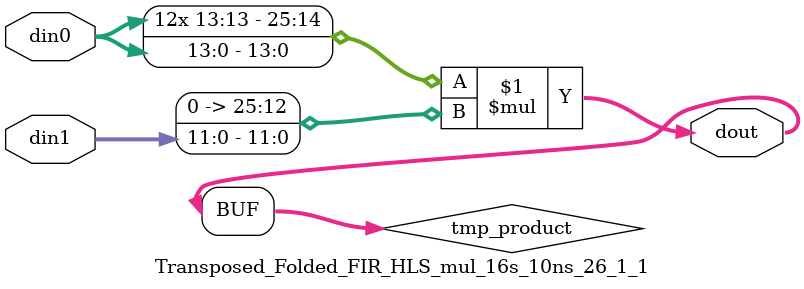
<source format=v>

`timescale 1 ns / 1 ps

 module Transposed_Folded_FIR_HLS_mul_16s_10ns_26_1_1(din0, din1, dout);
parameter ID = 1;
parameter NUM_STAGE = 0;
parameter din0_WIDTH = 14;
parameter din1_WIDTH = 12;
parameter dout_WIDTH = 26;

input [din0_WIDTH - 1 : 0] din0; 
input [din1_WIDTH - 1 : 0] din1; 
output [dout_WIDTH - 1 : 0] dout;

wire signed [dout_WIDTH - 1 : 0] tmp_product;


























assign tmp_product = $signed(din0) * $signed({1'b0, din1});









assign dout = tmp_product;





















endmodule

</source>
